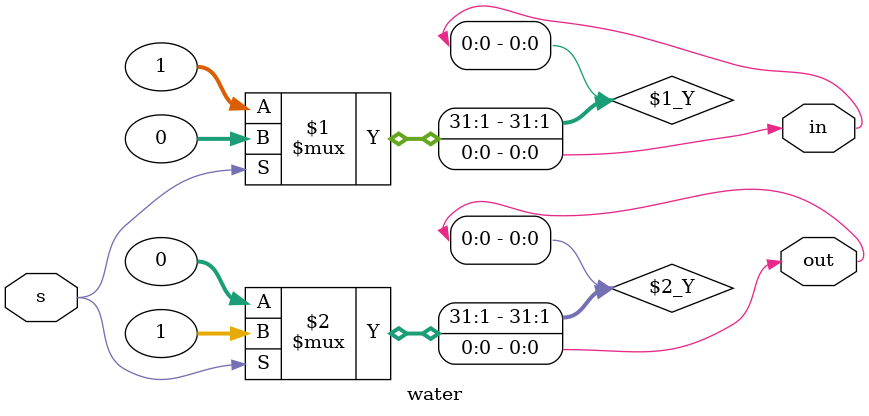
<source format=v>
module water (
    input s,
    output in,
    output out
);

assign in = s ? 0 : 1;
assign out = s ? 1 : 0;

endmodule
</source>
